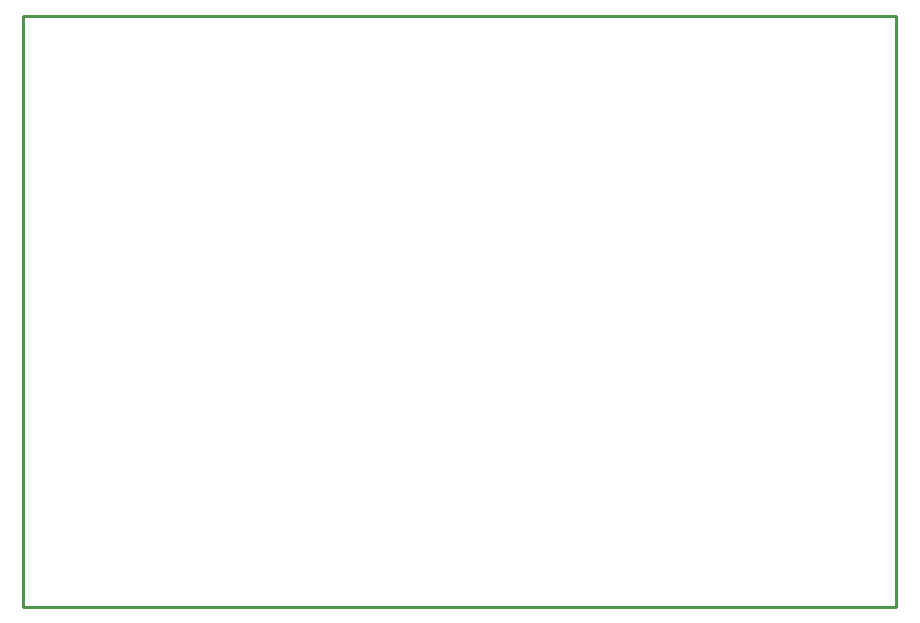
<source format=gko>
G04 Layer: BoardOutline*
G04 EasyEDA v6.4.25, 2022-04-24T12:17:40--3:00*
G04 602a4f6619a94e3489c8bc082f1fd867,10*
G04 Gerber Generator version 0.2*
G04 Scale: 100 percent, Rotated: No, Reflected: No *
G04 Dimensions in millimeters *
G04 leading zeros omitted , absolute positions ,4 integer and 5 decimal *
%FSLAX45Y45*%
%MOMM*%

%ADD10C,0.2540*%
D10*
X0Y4999989D02*
G01*
X7391400Y4999989D01*
X7391400Y0D01*
X0Y0D01*
X0Y4999989D01*

%LPD*%
M02*

</source>
